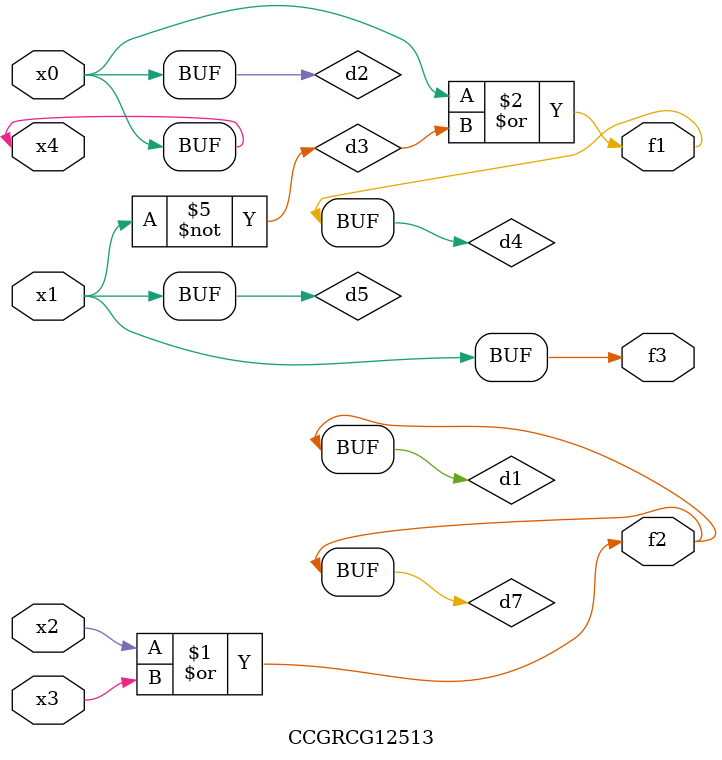
<source format=v>
module CCGRCG12513(
	input x0, x1, x2, x3, x4,
	output f1, f2, f3
);

	wire d1, d2, d3, d4, d5, d6, d7;

	or (d1, x2, x3);
	buf (d2, x0, x4);
	not (d3, x1);
	or (d4, d2, d3);
	not (d5, d3);
	nand (d6, d1, d3);
	or (d7, d1);
	assign f1 = d4;
	assign f2 = d7;
	assign f3 = d5;
endmodule

</source>
